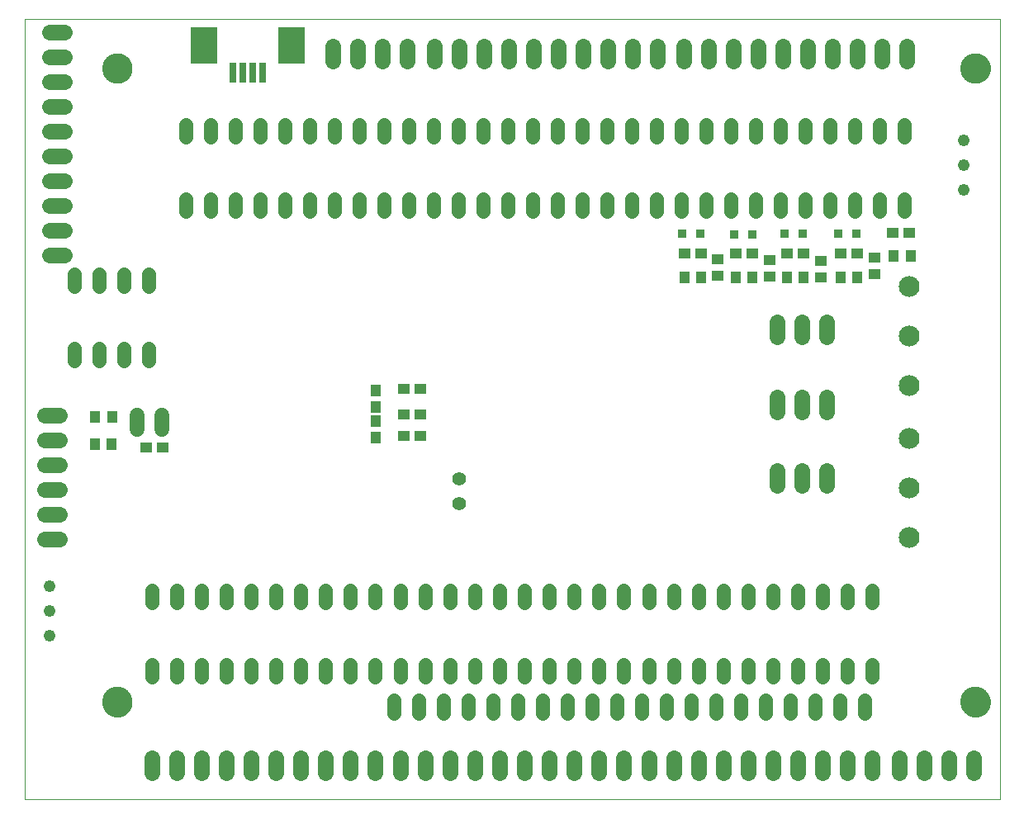
<source format=gbs>
G75*
%MOIN*%
%OFA0B0*%
%FSLAX25Y25*%
%IPPOS*%
%LPD*%
%AMOC8*
5,1,8,0,0,1.08239X$1,22.5*
%
%ADD10C,0.00000*%
%ADD11R,0.04337X0.04731*%
%ADD12R,0.04731X0.04337*%
%ADD13C,0.06000*%
%ADD14C,0.06400*%
%ADD15C,0.05600*%
%ADD16C,0.04800*%
%ADD17C,0.06337*%
%ADD18C,0.05600*%
%ADD19C,0.12211*%
%ADD20R,0.02800X0.08300*%
%ADD21R,0.10900X0.14600*%
%ADD22C,0.08400*%
%ADD23R,0.03400X0.03200*%
D10*
X0008551Y0007554D02*
X0008551Y0322514D01*
X0402252Y0322514D01*
X0402252Y0007554D01*
X0008551Y0007554D01*
X0040047Y0046924D02*
X0040049Y0047077D01*
X0040055Y0047231D01*
X0040065Y0047384D01*
X0040079Y0047536D01*
X0040097Y0047689D01*
X0040119Y0047840D01*
X0040144Y0047991D01*
X0040174Y0048142D01*
X0040208Y0048292D01*
X0040245Y0048440D01*
X0040286Y0048588D01*
X0040331Y0048734D01*
X0040380Y0048880D01*
X0040433Y0049024D01*
X0040489Y0049166D01*
X0040549Y0049307D01*
X0040613Y0049447D01*
X0040680Y0049585D01*
X0040751Y0049721D01*
X0040826Y0049855D01*
X0040903Y0049987D01*
X0040985Y0050117D01*
X0041069Y0050245D01*
X0041157Y0050371D01*
X0041248Y0050494D01*
X0041342Y0050615D01*
X0041440Y0050733D01*
X0041540Y0050849D01*
X0041644Y0050962D01*
X0041750Y0051073D01*
X0041859Y0051181D01*
X0041971Y0051286D01*
X0042085Y0051387D01*
X0042203Y0051486D01*
X0042322Y0051582D01*
X0042444Y0051675D01*
X0042569Y0051764D01*
X0042696Y0051851D01*
X0042825Y0051933D01*
X0042956Y0052013D01*
X0043089Y0052089D01*
X0043224Y0052162D01*
X0043361Y0052231D01*
X0043500Y0052296D01*
X0043640Y0052358D01*
X0043782Y0052416D01*
X0043925Y0052471D01*
X0044070Y0052522D01*
X0044216Y0052569D01*
X0044363Y0052612D01*
X0044511Y0052651D01*
X0044660Y0052687D01*
X0044810Y0052718D01*
X0044961Y0052746D01*
X0045112Y0052770D01*
X0045265Y0052790D01*
X0045417Y0052806D01*
X0045570Y0052818D01*
X0045723Y0052826D01*
X0045876Y0052830D01*
X0046030Y0052830D01*
X0046183Y0052826D01*
X0046336Y0052818D01*
X0046489Y0052806D01*
X0046641Y0052790D01*
X0046794Y0052770D01*
X0046945Y0052746D01*
X0047096Y0052718D01*
X0047246Y0052687D01*
X0047395Y0052651D01*
X0047543Y0052612D01*
X0047690Y0052569D01*
X0047836Y0052522D01*
X0047981Y0052471D01*
X0048124Y0052416D01*
X0048266Y0052358D01*
X0048406Y0052296D01*
X0048545Y0052231D01*
X0048682Y0052162D01*
X0048817Y0052089D01*
X0048950Y0052013D01*
X0049081Y0051933D01*
X0049210Y0051851D01*
X0049337Y0051764D01*
X0049462Y0051675D01*
X0049584Y0051582D01*
X0049703Y0051486D01*
X0049821Y0051387D01*
X0049935Y0051286D01*
X0050047Y0051181D01*
X0050156Y0051073D01*
X0050262Y0050962D01*
X0050366Y0050849D01*
X0050466Y0050733D01*
X0050564Y0050615D01*
X0050658Y0050494D01*
X0050749Y0050371D01*
X0050837Y0050245D01*
X0050921Y0050117D01*
X0051003Y0049987D01*
X0051080Y0049855D01*
X0051155Y0049721D01*
X0051226Y0049585D01*
X0051293Y0049447D01*
X0051357Y0049307D01*
X0051417Y0049166D01*
X0051473Y0049024D01*
X0051526Y0048880D01*
X0051575Y0048734D01*
X0051620Y0048588D01*
X0051661Y0048440D01*
X0051698Y0048292D01*
X0051732Y0048142D01*
X0051762Y0047991D01*
X0051787Y0047840D01*
X0051809Y0047689D01*
X0051827Y0047536D01*
X0051841Y0047384D01*
X0051851Y0047231D01*
X0051857Y0047077D01*
X0051859Y0046924D01*
X0051857Y0046771D01*
X0051851Y0046617D01*
X0051841Y0046464D01*
X0051827Y0046312D01*
X0051809Y0046159D01*
X0051787Y0046008D01*
X0051762Y0045857D01*
X0051732Y0045706D01*
X0051698Y0045556D01*
X0051661Y0045408D01*
X0051620Y0045260D01*
X0051575Y0045114D01*
X0051526Y0044968D01*
X0051473Y0044824D01*
X0051417Y0044682D01*
X0051357Y0044541D01*
X0051293Y0044401D01*
X0051226Y0044263D01*
X0051155Y0044127D01*
X0051080Y0043993D01*
X0051003Y0043861D01*
X0050921Y0043731D01*
X0050837Y0043603D01*
X0050749Y0043477D01*
X0050658Y0043354D01*
X0050564Y0043233D01*
X0050466Y0043115D01*
X0050366Y0042999D01*
X0050262Y0042886D01*
X0050156Y0042775D01*
X0050047Y0042667D01*
X0049935Y0042562D01*
X0049821Y0042461D01*
X0049703Y0042362D01*
X0049584Y0042266D01*
X0049462Y0042173D01*
X0049337Y0042084D01*
X0049210Y0041997D01*
X0049081Y0041915D01*
X0048950Y0041835D01*
X0048817Y0041759D01*
X0048682Y0041686D01*
X0048545Y0041617D01*
X0048406Y0041552D01*
X0048266Y0041490D01*
X0048124Y0041432D01*
X0047981Y0041377D01*
X0047836Y0041326D01*
X0047690Y0041279D01*
X0047543Y0041236D01*
X0047395Y0041197D01*
X0047246Y0041161D01*
X0047096Y0041130D01*
X0046945Y0041102D01*
X0046794Y0041078D01*
X0046641Y0041058D01*
X0046489Y0041042D01*
X0046336Y0041030D01*
X0046183Y0041022D01*
X0046030Y0041018D01*
X0045876Y0041018D01*
X0045723Y0041022D01*
X0045570Y0041030D01*
X0045417Y0041042D01*
X0045265Y0041058D01*
X0045112Y0041078D01*
X0044961Y0041102D01*
X0044810Y0041130D01*
X0044660Y0041161D01*
X0044511Y0041197D01*
X0044363Y0041236D01*
X0044216Y0041279D01*
X0044070Y0041326D01*
X0043925Y0041377D01*
X0043782Y0041432D01*
X0043640Y0041490D01*
X0043500Y0041552D01*
X0043361Y0041617D01*
X0043224Y0041686D01*
X0043089Y0041759D01*
X0042956Y0041835D01*
X0042825Y0041915D01*
X0042696Y0041997D01*
X0042569Y0042084D01*
X0042444Y0042173D01*
X0042322Y0042266D01*
X0042203Y0042362D01*
X0042085Y0042461D01*
X0041971Y0042562D01*
X0041859Y0042667D01*
X0041750Y0042775D01*
X0041644Y0042886D01*
X0041540Y0042999D01*
X0041440Y0043115D01*
X0041342Y0043233D01*
X0041248Y0043354D01*
X0041157Y0043477D01*
X0041069Y0043603D01*
X0040985Y0043731D01*
X0040903Y0043861D01*
X0040826Y0043993D01*
X0040751Y0044127D01*
X0040680Y0044263D01*
X0040613Y0044401D01*
X0040549Y0044541D01*
X0040489Y0044682D01*
X0040433Y0044824D01*
X0040380Y0044968D01*
X0040331Y0045114D01*
X0040286Y0045260D01*
X0040245Y0045408D01*
X0040208Y0045556D01*
X0040174Y0045706D01*
X0040144Y0045857D01*
X0040119Y0046008D01*
X0040097Y0046159D01*
X0040079Y0046312D01*
X0040065Y0046464D01*
X0040055Y0046617D01*
X0040049Y0046771D01*
X0040047Y0046924D01*
X0040047Y0302829D02*
X0040049Y0302982D01*
X0040055Y0303136D01*
X0040065Y0303289D01*
X0040079Y0303441D01*
X0040097Y0303594D01*
X0040119Y0303745D01*
X0040144Y0303896D01*
X0040174Y0304047D01*
X0040208Y0304197D01*
X0040245Y0304345D01*
X0040286Y0304493D01*
X0040331Y0304639D01*
X0040380Y0304785D01*
X0040433Y0304929D01*
X0040489Y0305071D01*
X0040549Y0305212D01*
X0040613Y0305352D01*
X0040680Y0305490D01*
X0040751Y0305626D01*
X0040826Y0305760D01*
X0040903Y0305892D01*
X0040985Y0306022D01*
X0041069Y0306150D01*
X0041157Y0306276D01*
X0041248Y0306399D01*
X0041342Y0306520D01*
X0041440Y0306638D01*
X0041540Y0306754D01*
X0041644Y0306867D01*
X0041750Y0306978D01*
X0041859Y0307086D01*
X0041971Y0307191D01*
X0042085Y0307292D01*
X0042203Y0307391D01*
X0042322Y0307487D01*
X0042444Y0307580D01*
X0042569Y0307669D01*
X0042696Y0307756D01*
X0042825Y0307838D01*
X0042956Y0307918D01*
X0043089Y0307994D01*
X0043224Y0308067D01*
X0043361Y0308136D01*
X0043500Y0308201D01*
X0043640Y0308263D01*
X0043782Y0308321D01*
X0043925Y0308376D01*
X0044070Y0308427D01*
X0044216Y0308474D01*
X0044363Y0308517D01*
X0044511Y0308556D01*
X0044660Y0308592D01*
X0044810Y0308623D01*
X0044961Y0308651D01*
X0045112Y0308675D01*
X0045265Y0308695D01*
X0045417Y0308711D01*
X0045570Y0308723D01*
X0045723Y0308731D01*
X0045876Y0308735D01*
X0046030Y0308735D01*
X0046183Y0308731D01*
X0046336Y0308723D01*
X0046489Y0308711D01*
X0046641Y0308695D01*
X0046794Y0308675D01*
X0046945Y0308651D01*
X0047096Y0308623D01*
X0047246Y0308592D01*
X0047395Y0308556D01*
X0047543Y0308517D01*
X0047690Y0308474D01*
X0047836Y0308427D01*
X0047981Y0308376D01*
X0048124Y0308321D01*
X0048266Y0308263D01*
X0048406Y0308201D01*
X0048545Y0308136D01*
X0048682Y0308067D01*
X0048817Y0307994D01*
X0048950Y0307918D01*
X0049081Y0307838D01*
X0049210Y0307756D01*
X0049337Y0307669D01*
X0049462Y0307580D01*
X0049584Y0307487D01*
X0049703Y0307391D01*
X0049821Y0307292D01*
X0049935Y0307191D01*
X0050047Y0307086D01*
X0050156Y0306978D01*
X0050262Y0306867D01*
X0050366Y0306754D01*
X0050466Y0306638D01*
X0050564Y0306520D01*
X0050658Y0306399D01*
X0050749Y0306276D01*
X0050837Y0306150D01*
X0050921Y0306022D01*
X0051003Y0305892D01*
X0051080Y0305760D01*
X0051155Y0305626D01*
X0051226Y0305490D01*
X0051293Y0305352D01*
X0051357Y0305212D01*
X0051417Y0305071D01*
X0051473Y0304929D01*
X0051526Y0304785D01*
X0051575Y0304639D01*
X0051620Y0304493D01*
X0051661Y0304345D01*
X0051698Y0304197D01*
X0051732Y0304047D01*
X0051762Y0303896D01*
X0051787Y0303745D01*
X0051809Y0303594D01*
X0051827Y0303441D01*
X0051841Y0303289D01*
X0051851Y0303136D01*
X0051857Y0302982D01*
X0051859Y0302829D01*
X0051857Y0302676D01*
X0051851Y0302522D01*
X0051841Y0302369D01*
X0051827Y0302217D01*
X0051809Y0302064D01*
X0051787Y0301913D01*
X0051762Y0301762D01*
X0051732Y0301611D01*
X0051698Y0301461D01*
X0051661Y0301313D01*
X0051620Y0301165D01*
X0051575Y0301019D01*
X0051526Y0300873D01*
X0051473Y0300729D01*
X0051417Y0300587D01*
X0051357Y0300446D01*
X0051293Y0300306D01*
X0051226Y0300168D01*
X0051155Y0300032D01*
X0051080Y0299898D01*
X0051003Y0299766D01*
X0050921Y0299636D01*
X0050837Y0299508D01*
X0050749Y0299382D01*
X0050658Y0299259D01*
X0050564Y0299138D01*
X0050466Y0299020D01*
X0050366Y0298904D01*
X0050262Y0298791D01*
X0050156Y0298680D01*
X0050047Y0298572D01*
X0049935Y0298467D01*
X0049821Y0298366D01*
X0049703Y0298267D01*
X0049584Y0298171D01*
X0049462Y0298078D01*
X0049337Y0297989D01*
X0049210Y0297902D01*
X0049081Y0297820D01*
X0048950Y0297740D01*
X0048817Y0297664D01*
X0048682Y0297591D01*
X0048545Y0297522D01*
X0048406Y0297457D01*
X0048266Y0297395D01*
X0048124Y0297337D01*
X0047981Y0297282D01*
X0047836Y0297231D01*
X0047690Y0297184D01*
X0047543Y0297141D01*
X0047395Y0297102D01*
X0047246Y0297066D01*
X0047096Y0297035D01*
X0046945Y0297007D01*
X0046794Y0296983D01*
X0046641Y0296963D01*
X0046489Y0296947D01*
X0046336Y0296935D01*
X0046183Y0296927D01*
X0046030Y0296923D01*
X0045876Y0296923D01*
X0045723Y0296927D01*
X0045570Y0296935D01*
X0045417Y0296947D01*
X0045265Y0296963D01*
X0045112Y0296983D01*
X0044961Y0297007D01*
X0044810Y0297035D01*
X0044660Y0297066D01*
X0044511Y0297102D01*
X0044363Y0297141D01*
X0044216Y0297184D01*
X0044070Y0297231D01*
X0043925Y0297282D01*
X0043782Y0297337D01*
X0043640Y0297395D01*
X0043500Y0297457D01*
X0043361Y0297522D01*
X0043224Y0297591D01*
X0043089Y0297664D01*
X0042956Y0297740D01*
X0042825Y0297820D01*
X0042696Y0297902D01*
X0042569Y0297989D01*
X0042444Y0298078D01*
X0042322Y0298171D01*
X0042203Y0298267D01*
X0042085Y0298366D01*
X0041971Y0298467D01*
X0041859Y0298572D01*
X0041750Y0298680D01*
X0041644Y0298791D01*
X0041540Y0298904D01*
X0041440Y0299020D01*
X0041342Y0299138D01*
X0041248Y0299259D01*
X0041157Y0299382D01*
X0041069Y0299508D01*
X0040985Y0299636D01*
X0040903Y0299766D01*
X0040826Y0299898D01*
X0040751Y0300032D01*
X0040680Y0300168D01*
X0040613Y0300306D01*
X0040549Y0300446D01*
X0040489Y0300587D01*
X0040433Y0300729D01*
X0040380Y0300873D01*
X0040331Y0301019D01*
X0040286Y0301165D01*
X0040245Y0301313D01*
X0040208Y0301461D01*
X0040174Y0301611D01*
X0040144Y0301762D01*
X0040119Y0301913D01*
X0040097Y0302064D01*
X0040079Y0302217D01*
X0040065Y0302369D01*
X0040055Y0302522D01*
X0040049Y0302676D01*
X0040047Y0302829D01*
X0386503Y0302829D02*
X0386505Y0302982D01*
X0386511Y0303136D01*
X0386521Y0303289D01*
X0386535Y0303441D01*
X0386553Y0303594D01*
X0386575Y0303745D01*
X0386600Y0303896D01*
X0386630Y0304047D01*
X0386664Y0304197D01*
X0386701Y0304345D01*
X0386742Y0304493D01*
X0386787Y0304639D01*
X0386836Y0304785D01*
X0386889Y0304929D01*
X0386945Y0305071D01*
X0387005Y0305212D01*
X0387069Y0305352D01*
X0387136Y0305490D01*
X0387207Y0305626D01*
X0387282Y0305760D01*
X0387359Y0305892D01*
X0387441Y0306022D01*
X0387525Y0306150D01*
X0387613Y0306276D01*
X0387704Y0306399D01*
X0387798Y0306520D01*
X0387896Y0306638D01*
X0387996Y0306754D01*
X0388100Y0306867D01*
X0388206Y0306978D01*
X0388315Y0307086D01*
X0388427Y0307191D01*
X0388541Y0307292D01*
X0388659Y0307391D01*
X0388778Y0307487D01*
X0388900Y0307580D01*
X0389025Y0307669D01*
X0389152Y0307756D01*
X0389281Y0307838D01*
X0389412Y0307918D01*
X0389545Y0307994D01*
X0389680Y0308067D01*
X0389817Y0308136D01*
X0389956Y0308201D01*
X0390096Y0308263D01*
X0390238Y0308321D01*
X0390381Y0308376D01*
X0390526Y0308427D01*
X0390672Y0308474D01*
X0390819Y0308517D01*
X0390967Y0308556D01*
X0391116Y0308592D01*
X0391266Y0308623D01*
X0391417Y0308651D01*
X0391568Y0308675D01*
X0391721Y0308695D01*
X0391873Y0308711D01*
X0392026Y0308723D01*
X0392179Y0308731D01*
X0392332Y0308735D01*
X0392486Y0308735D01*
X0392639Y0308731D01*
X0392792Y0308723D01*
X0392945Y0308711D01*
X0393097Y0308695D01*
X0393250Y0308675D01*
X0393401Y0308651D01*
X0393552Y0308623D01*
X0393702Y0308592D01*
X0393851Y0308556D01*
X0393999Y0308517D01*
X0394146Y0308474D01*
X0394292Y0308427D01*
X0394437Y0308376D01*
X0394580Y0308321D01*
X0394722Y0308263D01*
X0394862Y0308201D01*
X0395001Y0308136D01*
X0395138Y0308067D01*
X0395273Y0307994D01*
X0395406Y0307918D01*
X0395537Y0307838D01*
X0395666Y0307756D01*
X0395793Y0307669D01*
X0395918Y0307580D01*
X0396040Y0307487D01*
X0396159Y0307391D01*
X0396277Y0307292D01*
X0396391Y0307191D01*
X0396503Y0307086D01*
X0396612Y0306978D01*
X0396718Y0306867D01*
X0396822Y0306754D01*
X0396922Y0306638D01*
X0397020Y0306520D01*
X0397114Y0306399D01*
X0397205Y0306276D01*
X0397293Y0306150D01*
X0397377Y0306022D01*
X0397459Y0305892D01*
X0397536Y0305760D01*
X0397611Y0305626D01*
X0397682Y0305490D01*
X0397749Y0305352D01*
X0397813Y0305212D01*
X0397873Y0305071D01*
X0397929Y0304929D01*
X0397982Y0304785D01*
X0398031Y0304639D01*
X0398076Y0304493D01*
X0398117Y0304345D01*
X0398154Y0304197D01*
X0398188Y0304047D01*
X0398218Y0303896D01*
X0398243Y0303745D01*
X0398265Y0303594D01*
X0398283Y0303441D01*
X0398297Y0303289D01*
X0398307Y0303136D01*
X0398313Y0302982D01*
X0398315Y0302829D01*
X0398313Y0302676D01*
X0398307Y0302522D01*
X0398297Y0302369D01*
X0398283Y0302217D01*
X0398265Y0302064D01*
X0398243Y0301913D01*
X0398218Y0301762D01*
X0398188Y0301611D01*
X0398154Y0301461D01*
X0398117Y0301313D01*
X0398076Y0301165D01*
X0398031Y0301019D01*
X0397982Y0300873D01*
X0397929Y0300729D01*
X0397873Y0300587D01*
X0397813Y0300446D01*
X0397749Y0300306D01*
X0397682Y0300168D01*
X0397611Y0300032D01*
X0397536Y0299898D01*
X0397459Y0299766D01*
X0397377Y0299636D01*
X0397293Y0299508D01*
X0397205Y0299382D01*
X0397114Y0299259D01*
X0397020Y0299138D01*
X0396922Y0299020D01*
X0396822Y0298904D01*
X0396718Y0298791D01*
X0396612Y0298680D01*
X0396503Y0298572D01*
X0396391Y0298467D01*
X0396277Y0298366D01*
X0396159Y0298267D01*
X0396040Y0298171D01*
X0395918Y0298078D01*
X0395793Y0297989D01*
X0395666Y0297902D01*
X0395537Y0297820D01*
X0395406Y0297740D01*
X0395273Y0297664D01*
X0395138Y0297591D01*
X0395001Y0297522D01*
X0394862Y0297457D01*
X0394722Y0297395D01*
X0394580Y0297337D01*
X0394437Y0297282D01*
X0394292Y0297231D01*
X0394146Y0297184D01*
X0393999Y0297141D01*
X0393851Y0297102D01*
X0393702Y0297066D01*
X0393552Y0297035D01*
X0393401Y0297007D01*
X0393250Y0296983D01*
X0393097Y0296963D01*
X0392945Y0296947D01*
X0392792Y0296935D01*
X0392639Y0296927D01*
X0392486Y0296923D01*
X0392332Y0296923D01*
X0392179Y0296927D01*
X0392026Y0296935D01*
X0391873Y0296947D01*
X0391721Y0296963D01*
X0391568Y0296983D01*
X0391417Y0297007D01*
X0391266Y0297035D01*
X0391116Y0297066D01*
X0390967Y0297102D01*
X0390819Y0297141D01*
X0390672Y0297184D01*
X0390526Y0297231D01*
X0390381Y0297282D01*
X0390238Y0297337D01*
X0390096Y0297395D01*
X0389956Y0297457D01*
X0389817Y0297522D01*
X0389680Y0297591D01*
X0389545Y0297664D01*
X0389412Y0297740D01*
X0389281Y0297820D01*
X0389152Y0297902D01*
X0389025Y0297989D01*
X0388900Y0298078D01*
X0388778Y0298171D01*
X0388659Y0298267D01*
X0388541Y0298366D01*
X0388427Y0298467D01*
X0388315Y0298572D01*
X0388206Y0298680D01*
X0388100Y0298791D01*
X0387996Y0298904D01*
X0387896Y0299020D01*
X0387798Y0299138D01*
X0387704Y0299259D01*
X0387613Y0299382D01*
X0387525Y0299508D01*
X0387441Y0299636D01*
X0387359Y0299766D01*
X0387282Y0299898D01*
X0387207Y0300032D01*
X0387136Y0300168D01*
X0387069Y0300306D01*
X0387005Y0300446D01*
X0386945Y0300587D01*
X0386889Y0300729D01*
X0386836Y0300873D01*
X0386787Y0301019D01*
X0386742Y0301165D01*
X0386701Y0301313D01*
X0386664Y0301461D01*
X0386630Y0301611D01*
X0386600Y0301762D01*
X0386575Y0301913D01*
X0386553Y0302064D01*
X0386535Y0302217D01*
X0386521Y0302369D01*
X0386511Y0302522D01*
X0386505Y0302676D01*
X0386503Y0302829D01*
X0386503Y0046924D02*
X0386505Y0047077D01*
X0386511Y0047231D01*
X0386521Y0047384D01*
X0386535Y0047536D01*
X0386553Y0047689D01*
X0386575Y0047840D01*
X0386600Y0047991D01*
X0386630Y0048142D01*
X0386664Y0048292D01*
X0386701Y0048440D01*
X0386742Y0048588D01*
X0386787Y0048734D01*
X0386836Y0048880D01*
X0386889Y0049024D01*
X0386945Y0049166D01*
X0387005Y0049307D01*
X0387069Y0049447D01*
X0387136Y0049585D01*
X0387207Y0049721D01*
X0387282Y0049855D01*
X0387359Y0049987D01*
X0387441Y0050117D01*
X0387525Y0050245D01*
X0387613Y0050371D01*
X0387704Y0050494D01*
X0387798Y0050615D01*
X0387896Y0050733D01*
X0387996Y0050849D01*
X0388100Y0050962D01*
X0388206Y0051073D01*
X0388315Y0051181D01*
X0388427Y0051286D01*
X0388541Y0051387D01*
X0388659Y0051486D01*
X0388778Y0051582D01*
X0388900Y0051675D01*
X0389025Y0051764D01*
X0389152Y0051851D01*
X0389281Y0051933D01*
X0389412Y0052013D01*
X0389545Y0052089D01*
X0389680Y0052162D01*
X0389817Y0052231D01*
X0389956Y0052296D01*
X0390096Y0052358D01*
X0390238Y0052416D01*
X0390381Y0052471D01*
X0390526Y0052522D01*
X0390672Y0052569D01*
X0390819Y0052612D01*
X0390967Y0052651D01*
X0391116Y0052687D01*
X0391266Y0052718D01*
X0391417Y0052746D01*
X0391568Y0052770D01*
X0391721Y0052790D01*
X0391873Y0052806D01*
X0392026Y0052818D01*
X0392179Y0052826D01*
X0392332Y0052830D01*
X0392486Y0052830D01*
X0392639Y0052826D01*
X0392792Y0052818D01*
X0392945Y0052806D01*
X0393097Y0052790D01*
X0393250Y0052770D01*
X0393401Y0052746D01*
X0393552Y0052718D01*
X0393702Y0052687D01*
X0393851Y0052651D01*
X0393999Y0052612D01*
X0394146Y0052569D01*
X0394292Y0052522D01*
X0394437Y0052471D01*
X0394580Y0052416D01*
X0394722Y0052358D01*
X0394862Y0052296D01*
X0395001Y0052231D01*
X0395138Y0052162D01*
X0395273Y0052089D01*
X0395406Y0052013D01*
X0395537Y0051933D01*
X0395666Y0051851D01*
X0395793Y0051764D01*
X0395918Y0051675D01*
X0396040Y0051582D01*
X0396159Y0051486D01*
X0396277Y0051387D01*
X0396391Y0051286D01*
X0396503Y0051181D01*
X0396612Y0051073D01*
X0396718Y0050962D01*
X0396822Y0050849D01*
X0396922Y0050733D01*
X0397020Y0050615D01*
X0397114Y0050494D01*
X0397205Y0050371D01*
X0397293Y0050245D01*
X0397377Y0050117D01*
X0397459Y0049987D01*
X0397536Y0049855D01*
X0397611Y0049721D01*
X0397682Y0049585D01*
X0397749Y0049447D01*
X0397813Y0049307D01*
X0397873Y0049166D01*
X0397929Y0049024D01*
X0397982Y0048880D01*
X0398031Y0048734D01*
X0398076Y0048588D01*
X0398117Y0048440D01*
X0398154Y0048292D01*
X0398188Y0048142D01*
X0398218Y0047991D01*
X0398243Y0047840D01*
X0398265Y0047689D01*
X0398283Y0047536D01*
X0398297Y0047384D01*
X0398307Y0047231D01*
X0398313Y0047077D01*
X0398315Y0046924D01*
X0398313Y0046771D01*
X0398307Y0046617D01*
X0398297Y0046464D01*
X0398283Y0046312D01*
X0398265Y0046159D01*
X0398243Y0046008D01*
X0398218Y0045857D01*
X0398188Y0045706D01*
X0398154Y0045556D01*
X0398117Y0045408D01*
X0398076Y0045260D01*
X0398031Y0045114D01*
X0397982Y0044968D01*
X0397929Y0044824D01*
X0397873Y0044682D01*
X0397813Y0044541D01*
X0397749Y0044401D01*
X0397682Y0044263D01*
X0397611Y0044127D01*
X0397536Y0043993D01*
X0397459Y0043861D01*
X0397377Y0043731D01*
X0397293Y0043603D01*
X0397205Y0043477D01*
X0397114Y0043354D01*
X0397020Y0043233D01*
X0396922Y0043115D01*
X0396822Y0042999D01*
X0396718Y0042886D01*
X0396612Y0042775D01*
X0396503Y0042667D01*
X0396391Y0042562D01*
X0396277Y0042461D01*
X0396159Y0042362D01*
X0396040Y0042266D01*
X0395918Y0042173D01*
X0395793Y0042084D01*
X0395666Y0041997D01*
X0395537Y0041915D01*
X0395406Y0041835D01*
X0395273Y0041759D01*
X0395138Y0041686D01*
X0395001Y0041617D01*
X0394862Y0041552D01*
X0394722Y0041490D01*
X0394580Y0041432D01*
X0394437Y0041377D01*
X0394292Y0041326D01*
X0394146Y0041279D01*
X0393999Y0041236D01*
X0393851Y0041197D01*
X0393702Y0041161D01*
X0393552Y0041130D01*
X0393401Y0041102D01*
X0393250Y0041078D01*
X0393097Y0041058D01*
X0392945Y0041042D01*
X0392792Y0041030D01*
X0392639Y0041022D01*
X0392486Y0041018D01*
X0392332Y0041018D01*
X0392179Y0041022D01*
X0392026Y0041030D01*
X0391873Y0041042D01*
X0391721Y0041058D01*
X0391568Y0041078D01*
X0391417Y0041102D01*
X0391266Y0041130D01*
X0391116Y0041161D01*
X0390967Y0041197D01*
X0390819Y0041236D01*
X0390672Y0041279D01*
X0390526Y0041326D01*
X0390381Y0041377D01*
X0390238Y0041432D01*
X0390096Y0041490D01*
X0389956Y0041552D01*
X0389817Y0041617D01*
X0389680Y0041686D01*
X0389545Y0041759D01*
X0389412Y0041835D01*
X0389281Y0041915D01*
X0389152Y0041997D01*
X0389025Y0042084D01*
X0388900Y0042173D01*
X0388778Y0042266D01*
X0388659Y0042362D01*
X0388541Y0042461D01*
X0388427Y0042562D01*
X0388315Y0042667D01*
X0388206Y0042775D01*
X0388100Y0042886D01*
X0387996Y0042999D01*
X0387896Y0043115D01*
X0387798Y0043233D01*
X0387704Y0043354D01*
X0387613Y0043477D01*
X0387525Y0043603D01*
X0387441Y0043731D01*
X0387359Y0043861D01*
X0387282Y0043993D01*
X0387207Y0044127D01*
X0387136Y0044263D01*
X0387069Y0044401D01*
X0387005Y0044541D01*
X0386945Y0044682D01*
X0386889Y0044824D01*
X0386836Y0044968D01*
X0386787Y0045114D01*
X0386742Y0045260D01*
X0386701Y0045408D01*
X0386664Y0045556D01*
X0386630Y0045706D01*
X0386600Y0045857D01*
X0386575Y0046008D01*
X0386553Y0046159D01*
X0386535Y0046312D01*
X0386521Y0046464D01*
X0386511Y0046617D01*
X0386505Y0046771D01*
X0386503Y0046924D01*
D11*
X0344575Y0218184D03*
X0337882Y0218184D03*
X0322921Y0218184D03*
X0316228Y0218184D03*
X0302252Y0218184D03*
X0295559Y0218184D03*
X0281583Y0218184D03*
X0274890Y0218184D03*
X0359535Y0227042D03*
X0366228Y0227042D03*
X0150283Y0172564D03*
X0150283Y0165871D03*
X0150283Y0160507D03*
X0150283Y0153814D03*
X0043827Y0151136D03*
X0037134Y0151136D03*
X0037193Y0162081D03*
X0043886Y0162081D03*
D12*
X0057803Y0149601D03*
X0064496Y0149601D03*
X0161701Y0154207D03*
X0168394Y0154207D03*
X0168394Y0163066D03*
X0161701Y0163066D03*
X0161701Y0173400D03*
X0168394Y0173400D03*
X0274890Y0228026D03*
X0281583Y0228026D03*
X0288472Y0225664D03*
X0288472Y0218971D03*
X0295559Y0228026D03*
X0302252Y0228026D03*
X0309240Y0225467D03*
X0309240Y0218774D03*
X0316228Y0228026D03*
X0322921Y0228026D03*
X0329909Y0224975D03*
X0329909Y0218282D03*
X0337882Y0228026D03*
X0344575Y0228026D03*
X0351563Y0226451D03*
X0351563Y0219759D03*
X0359043Y0236392D03*
X0365736Y0236392D03*
D13*
X0064181Y0162559D02*
X0064181Y0156959D01*
X0054181Y0156959D02*
X0054181Y0162559D01*
D14*
X0022781Y0162554D02*
X0016781Y0162554D01*
X0016781Y0152554D02*
X0022781Y0152554D01*
X0022781Y0142554D02*
X0016781Y0142554D01*
X0016781Y0132554D02*
X0022781Y0132554D01*
X0022781Y0122554D02*
X0016781Y0122554D01*
X0016781Y0112554D02*
X0022781Y0112554D01*
X0312528Y0134318D02*
X0312528Y0140318D01*
X0322528Y0140318D02*
X0322528Y0134318D01*
X0332528Y0134318D02*
X0332528Y0140318D01*
X0332213Y0163924D02*
X0332213Y0169924D01*
X0322213Y0169924D02*
X0322213Y0163924D01*
X0312213Y0163924D02*
X0312213Y0169924D01*
X0312528Y0194357D02*
X0312528Y0200357D01*
X0322528Y0200357D02*
X0322528Y0194357D01*
X0332528Y0194357D02*
X0332528Y0200357D01*
D15*
X0183965Y0137062D03*
X0183965Y0127062D03*
D16*
X0018551Y0093656D03*
X0018551Y0083656D03*
X0018551Y0073656D03*
X0387685Y0253656D03*
X0387685Y0263656D03*
X0387685Y0273656D03*
D17*
X0364575Y0305766D02*
X0364575Y0311703D01*
X0354575Y0311703D02*
X0354575Y0305766D01*
X0344575Y0305766D02*
X0344575Y0311703D01*
X0334575Y0311703D02*
X0334575Y0305766D01*
X0324575Y0305766D02*
X0324575Y0311703D01*
X0314575Y0311703D02*
X0314575Y0305766D01*
X0304575Y0305766D02*
X0304575Y0311703D01*
X0294575Y0311703D02*
X0294575Y0305766D01*
X0284575Y0305766D02*
X0284575Y0311703D01*
X0274575Y0311703D02*
X0274575Y0305766D01*
X0264181Y0305766D02*
X0264181Y0311703D01*
X0254181Y0311703D02*
X0254181Y0305766D01*
X0244181Y0305766D02*
X0244181Y0311703D01*
X0234181Y0311703D02*
X0234181Y0305766D01*
X0224181Y0305766D02*
X0224181Y0311703D01*
X0214181Y0311703D02*
X0214181Y0305766D01*
X0204181Y0305766D02*
X0204181Y0311703D01*
X0194181Y0311703D02*
X0194181Y0305766D01*
X0184181Y0305766D02*
X0184181Y0311703D01*
X0174181Y0311703D02*
X0174181Y0305766D01*
X0162921Y0305766D02*
X0162921Y0311703D01*
X0152921Y0311703D02*
X0152921Y0305766D01*
X0142921Y0305766D02*
X0142921Y0311703D01*
X0132921Y0311703D02*
X0132921Y0305766D01*
X0024709Y0307318D02*
X0018772Y0307318D01*
X0018772Y0317318D02*
X0024709Y0317318D01*
X0024709Y0297318D02*
X0018772Y0297318D01*
X0018772Y0287318D02*
X0024709Y0287318D01*
X0024709Y0277318D02*
X0018772Y0277318D01*
X0018772Y0267318D02*
X0024709Y0267318D01*
X0024709Y0257318D02*
X0018772Y0257318D01*
X0018772Y0247318D02*
X0024709Y0247318D01*
X0024709Y0237318D02*
X0018772Y0237318D01*
X0018772Y0227318D02*
X0024709Y0227318D01*
X0060008Y0024302D02*
X0060008Y0018365D01*
X0070008Y0018365D02*
X0070008Y0024302D01*
X0080008Y0024302D02*
X0080008Y0018365D01*
X0090008Y0018365D02*
X0090008Y0024302D01*
X0100008Y0024302D02*
X0100008Y0018365D01*
X0110008Y0018365D02*
X0110008Y0024302D01*
X0120008Y0024302D02*
X0120008Y0018365D01*
X0130008Y0018365D02*
X0130008Y0024302D01*
X0140008Y0024302D02*
X0140008Y0018365D01*
X0150008Y0018365D02*
X0150008Y0024302D01*
X0160402Y0024302D02*
X0160402Y0018365D01*
X0170402Y0018365D02*
X0170402Y0024302D01*
X0180402Y0024302D02*
X0180402Y0018365D01*
X0190402Y0018365D02*
X0190402Y0024302D01*
X0200402Y0024302D02*
X0200402Y0018365D01*
X0210402Y0018365D02*
X0210402Y0024302D01*
X0220402Y0024302D02*
X0220402Y0018365D01*
X0230402Y0018365D02*
X0230402Y0024302D01*
X0240402Y0024302D02*
X0240402Y0018365D01*
X0250402Y0018365D02*
X0250402Y0024302D01*
X0260795Y0024302D02*
X0260795Y0018365D01*
X0270795Y0018365D02*
X0270795Y0024302D01*
X0280795Y0024302D02*
X0280795Y0018365D01*
X0290795Y0018365D02*
X0290795Y0024302D01*
X0300795Y0024302D02*
X0300795Y0018365D01*
X0310795Y0018365D02*
X0310795Y0024302D01*
X0320795Y0024302D02*
X0320795Y0018365D01*
X0330795Y0018365D02*
X0330795Y0024302D01*
X0340795Y0024302D02*
X0340795Y0018365D01*
X0350795Y0018365D02*
X0350795Y0024302D01*
X0361858Y0024302D02*
X0361858Y0018365D01*
X0371858Y0018365D02*
X0371858Y0024302D01*
X0381858Y0024302D02*
X0381858Y0018365D01*
X0391858Y0018365D02*
X0391858Y0024302D01*
D18*
X0350795Y0056883D02*
X0350795Y0062083D01*
X0340795Y0062083D02*
X0340795Y0056883D01*
X0337646Y0047555D02*
X0337646Y0042355D01*
X0347646Y0042355D02*
X0347646Y0047555D01*
X0330795Y0056883D02*
X0330795Y0062083D01*
X0320795Y0062083D02*
X0320795Y0056883D01*
X0317646Y0047555D02*
X0317646Y0042355D01*
X0307646Y0042355D02*
X0307646Y0047555D01*
X0310795Y0056883D02*
X0310795Y0062083D01*
X0300795Y0062083D02*
X0300795Y0056883D01*
X0290795Y0056883D02*
X0290795Y0062083D01*
X0280795Y0062083D02*
X0280795Y0056883D01*
X0270795Y0056883D02*
X0270795Y0062083D01*
X0260795Y0062083D02*
X0260795Y0056883D01*
X0250402Y0056883D02*
X0250402Y0062083D01*
X0240402Y0062083D02*
X0240402Y0056883D01*
X0230402Y0056883D02*
X0230402Y0062083D01*
X0220402Y0062083D02*
X0220402Y0056883D01*
X0210402Y0056883D02*
X0210402Y0062083D01*
X0200402Y0062083D02*
X0200402Y0056883D01*
X0190402Y0056883D02*
X0190402Y0062083D01*
X0180402Y0062083D02*
X0180402Y0056883D01*
X0177646Y0047555D02*
X0177646Y0042355D01*
X0187646Y0042355D02*
X0187646Y0047555D01*
X0197646Y0047555D02*
X0197646Y0042355D01*
X0207646Y0042355D02*
X0207646Y0047555D01*
X0217646Y0047555D02*
X0217646Y0042355D01*
X0227646Y0042355D02*
X0227646Y0047555D01*
X0237646Y0047555D02*
X0237646Y0042355D01*
X0247646Y0042355D02*
X0247646Y0047555D01*
X0257646Y0047555D02*
X0257646Y0042355D01*
X0267646Y0042355D02*
X0267646Y0047555D01*
X0277646Y0047555D02*
X0277646Y0042355D01*
X0287646Y0042355D02*
X0287646Y0047555D01*
X0297646Y0047555D02*
X0297646Y0042355D01*
X0327646Y0042355D02*
X0327646Y0047555D01*
X0330795Y0086883D02*
X0330795Y0092083D01*
X0320795Y0092083D02*
X0320795Y0086883D01*
X0310795Y0086883D02*
X0310795Y0092083D01*
X0300795Y0092083D02*
X0300795Y0086883D01*
X0290795Y0086883D02*
X0290795Y0092083D01*
X0280795Y0092083D02*
X0280795Y0086883D01*
X0270795Y0086883D02*
X0270795Y0092083D01*
X0260795Y0092083D02*
X0260795Y0086883D01*
X0250402Y0086883D02*
X0250402Y0092083D01*
X0240402Y0092083D02*
X0240402Y0086883D01*
X0230402Y0086883D02*
X0230402Y0092083D01*
X0220402Y0092083D02*
X0220402Y0086883D01*
X0210402Y0086883D02*
X0210402Y0092083D01*
X0200402Y0092083D02*
X0200402Y0086883D01*
X0190402Y0086883D02*
X0190402Y0092083D01*
X0180402Y0092083D02*
X0180402Y0086883D01*
X0170402Y0086883D02*
X0170402Y0092083D01*
X0160402Y0092083D02*
X0160402Y0086883D01*
X0150008Y0086883D02*
X0150008Y0092083D01*
X0140008Y0092083D02*
X0140008Y0086883D01*
X0130008Y0086883D02*
X0130008Y0092083D01*
X0120008Y0092083D02*
X0120008Y0086883D01*
X0110008Y0086883D02*
X0110008Y0092083D01*
X0100008Y0092083D02*
X0100008Y0086883D01*
X0090008Y0086883D02*
X0090008Y0092083D01*
X0080008Y0092083D02*
X0080008Y0086883D01*
X0070008Y0086883D02*
X0070008Y0092083D01*
X0060008Y0092083D02*
X0060008Y0086883D01*
X0060008Y0062083D02*
X0060008Y0056883D01*
X0070008Y0056883D02*
X0070008Y0062083D01*
X0080008Y0062083D02*
X0080008Y0056883D01*
X0090008Y0056883D02*
X0090008Y0062083D01*
X0100008Y0062083D02*
X0100008Y0056883D01*
X0110008Y0056883D02*
X0110008Y0062083D01*
X0120008Y0062083D02*
X0120008Y0056883D01*
X0130008Y0056883D02*
X0130008Y0062083D01*
X0140008Y0062083D02*
X0140008Y0056883D01*
X0150008Y0056883D02*
X0150008Y0062083D01*
X0160402Y0062083D02*
X0160402Y0056883D01*
X0170402Y0056883D02*
X0170402Y0062083D01*
X0167646Y0047555D02*
X0167646Y0042355D01*
X0157646Y0042355D02*
X0157646Y0047555D01*
X0058551Y0184599D02*
X0058551Y0189799D01*
X0048551Y0189799D02*
X0048551Y0184599D01*
X0038551Y0184599D02*
X0038551Y0189799D01*
X0028551Y0189799D02*
X0028551Y0184599D01*
X0028551Y0214599D02*
X0028551Y0219799D01*
X0038551Y0219799D02*
X0038551Y0214599D01*
X0048551Y0214599D02*
X0048551Y0219799D01*
X0058551Y0219799D02*
X0058551Y0214599D01*
X0073551Y0244954D02*
X0073551Y0250154D01*
X0083551Y0250154D02*
X0083551Y0244954D01*
X0093551Y0244954D02*
X0093551Y0250154D01*
X0103551Y0250154D02*
X0103551Y0244954D01*
X0113551Y0244954D02*
X0113551Y0250154D01*
X0123551Y0250154D02*
X0123551Y0244954D01*
X0133551Y0244954D02*
X0133551Y0250154D01*
X0143551Y0250154D02*
X0143551Y0244954D01*
X0153551Y0244954D02*
X0153551Y0250154D01*
X0163551Y0250154D02*
X0163551Y0244954D01*
X0173551Y0244954D02*
X0173551Y0250154D01*
X0183551Y0250154D02*
X0183551Y0244954D01*
X0193551Y0244954D02*
X0193551Y0250154D01*
X0203551Y0250154D02*
X0203551Y0244954D01*
X0213551Y0244954D02*
X0213551Y0250154D01*
X0223551Y0250154D02*
X0223551Y0244954D01*
X0233551Y0244954D02*
X0233551Y0250154D01*
X0243551Y0250154D02*
X0243551Y0244954D01*
X0253551Y0244954D02*
X0253551Y0250154D01*
X0263551Y0250154D02*
X0263551Y0244954D01*
X0273551Y0244954D02*
X0273551Y0250154D01*
X0283551Y0250154D02*
X0283551Y0244954D01*
X0293551Y0244954D02*
X0293551Y0250154D01*
X0303551Y0250154D02*
X0303551Y0244954D01*
X0313551Y0244954D02*
X0313551Y0250154D01*
X0323551Y0250154D02*
X0323551Y0244954D01*
X0333551Y0244954D02*
X0333551Y0250154D01*
X0343551Y0250154D02*
X0343551Y0244954D01*
X0353551Y0244954D02*
X0353551Y0250154D01*
X0363551Y0250154D02*
X0363551Y0244954D01*
X0363551Y0274954D02*
X0363551Y0280154D01*
X0353551Y0280154D02*
X0353551Y0274954D01*
X0343551Y0274954D02*
X0343551Y0280154D01*
X0333551Y0280154D02*
X0333551Y0274954D01*
X0323551Y0274954D02*
X0323551Y0280154D01*
X0313551Y0280154D02*
X0313551Y0274954D01*
X0303551Y0274954D02*
X0303551Y0280154D01*
X0293551Y0280154D02*
X0293551Y0274954D01*
X0283551Y0274954D02*
X0283551Y0280154D01*
X0273551Y0280154D02*
X0273551Y0274954D01*
X0263551Y0274954D02*
X0263551Y0280154D01*
X0253551Y0280154D02*
X0253551Y0274954D01*
X0243551Y0274954D02*
X0243551Y0280154D01*
X0233551Y0280154D02*
X0233551Y0274954D01*
X0223551Y0274954D02*
X0223551Y0280154D01*
X0213551Y0280154D02*
X0213551Y0274954D01*
X0203551Y0274954D02*
X0203551Y0280154D01*
X0193551Y0280154D02*
X0193551Y0274954D01*
X0183551Y0274954D02*
X0183551Y0280154D01*
X0173551Y0280154D02*
X0173551Y0274954D01*
X0163551Y0274954D02*
X0163551Y0280154D01*
X0153551Y0280154D02*
X0153551Y0274954D01*
X0143551Y0274954D02*
X0143551Y0280154D01*
X0133551Y0280154D02*
X0133551Y0274954D01*
X0123551Y0274954D02*
X0123551Y0280154D01*
X0113551Y0280154D02*
X0113551Y0274954D01*
X0103551Y0274954D02*
X0103551Y0280154D01*
X0093551Y0280154D02*
X0093551Y0274954D01*
X0083551Y0274954D02*
X0083551Y0280154D01*
X0073551Y0280154D02*
X0073551Y0274954D01*
X0340795Y0092083D02*
X0340795Y0086883D01*
X0350795Y0086883D02*
X0350795Y0092083D01*
D19*
X0392409Y0046924D03*
X0392409Y0302829D03*
X0045953Y0302829D03*
X0045953Y0046924D03*
D20*
X0092803Y0300894D03*
X0096740Y0300894D03*
X0100677Y0300894D03*
X0104614Y0300894D03*
D21*
X0116359Y0311944D03*
X0081059Y0311944D03*
D22*
X0365835Y0214837D03*
X0365835Y0194837D03*
X0365835Y0174837D03*
X0365835Y0153420D03*
X0365835Y0133420D03*
X0365835Y0113420D03*
D23*
X0344485Y0235900D03*
X0337185Y0235900D03*
X0322831Y0236097D03*
X0315531Y0236097D03*
X0302359Y0235703D03*
X0295059Y0235703D03*
X0281296Y0235900D03*
X0273996Y0235900D03*
M02*

</source>
